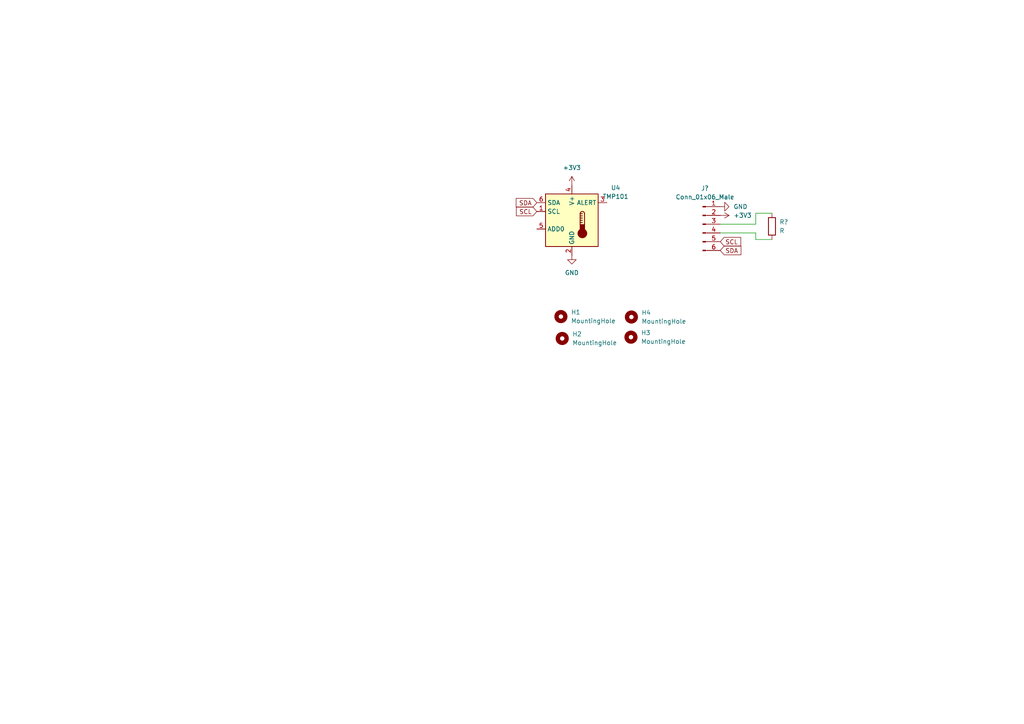
<source format=kicad_sch>
(kicad_sch (version 20211123) (generator eeschema)
  (paper "A4")
  (lib_symbols
    (symbol "Connector:Conn_01x06_Male" (pin_names (offset 1.016) hide)
      (property "Reference" "J" (at 0 7.62 0))
      (property "Value" "Conn_01x06_Male" (at 0 -10.16 0))
      (symbol "Conn_01x06_Male_1_1"
        (polyline (pts (xy 1.27 -7.62) (xy 0.8636 -7.62)) (stroke (width 0.1524)))
        (polyline (pts (xy 1.27 -5.08) (xy 0.8636 -5.08)) (stroke (width 0.1524)))
        (polyline (pts (xy 1.27 -2.54) (xy 0.8636 -2.54)) (stroke (width 0.1524)))
        (polyline (pts (xy 1.27 0) (xy 0.8636 0)) (stroke (width 0.1524)))
        (polyline (pts (xy 1.27 2.54) (xy 0.8636 2.54)) (stroke (width 0.1524)))
        (polyline (pts (xy 1.27 5.08) (xy 0.8636 5.08)) (stroke (width 0.1524)))
        (rectangle (start 0.8636 -7.493) (end 0 -7.747) (stroke (width 0.1524)) (fill (type outline)))
        (rectangle (start 0.8636 -4.953) (end 0 -5.207) (stroke (width 0.1524)) (fill (type outline)))
        (rectangle (start 0.8636 -2.413) (end 0 -2.667) (stroke (width 0.1524)) (fill (type outline)))
        (rectangle (start 0.8636 0.127) (end 0 -0.127) (stroke (width 0.1524)) (fill (type outline)))
        (rectangle (start 0.8636 2.667) (end 0 2.413) (stroke (width 0.1524)) (fill (type outline)))
        (rectangle (start 0.8636 5.207) (end 0 4.953) (stroke (width 0.1524)) (fill (type outline)))
        (pin passive line (at 5.08 5.08 180) (length 3.81) (name "Pin_1") (number "1"))
        (pin passive line (at 5.08 2.54 180) (length 3.81) (name "Pin_2") (number "2"))
        (pin passive line (at 5.08 0 180) (length 3.81) (name "Pin_3") (number "3"))
        (pin passive line (at 5.08 -2.54 180) (length 3.81) (name "Pin_4") (number "4"))
        (pin passive line (at 5.08 -5.08 180) (length 3.81) (name "Pin_5") (number "5"))
        (pin passive line (at 5.08 -7.62 180) (length 3.81) (name "Pin_6") (number "6"))
      )
    )
    (symbol "Device:R" (pin_numbers hide) (pin_names (offset 0))
      (property "Reference" "R" (at 2.032 0 90))
      (property "Value" "R" (at 0 0 90))
      (symbol "R_0_1"
        (rectangle (start -1.016 -2.54) (end 1.016 2.54) (stroke (width 0.254)))
      )
      (symbol "R_1_1"
        (pin passive line (at 0 3.81 270) (length 1.27) (name "~") (number "1"))
        (pin passive line (at 0 -3.81 90) (length 1.27) (name "~") (number "2"))
      )
    )
    (symbol "Mechanical:MountingHole" (pin_names (offset 1.016))
      (property "Reference" "H" (at 0 5.08 0))
      (property "Value" "MountingHole" (at 0 3.175 0))
      (symbol "MountingHole_0_1"
        (circle (center 0 0) (radius 1.27) (stroke (width 1.27)))
      )
    )
    (symbol "Sensor_Temperature:TMP101"
      (property "Reference" "U" (at 10.16 -2.54 0))
      (property "Value" "TMP101" (at 12.7 -5.08 0))
      (symbol "TMP101_0_1"
        (rectangle (start -7.62 7.62) (end 7.62 -7.62) (stroke (width 0.254)) (fill (type background)))
      )
      (symbol "TMP101_1_1"
        (polyline (pts (xy 2.413 -0.635) (xy 3.048 -0.635)) (stroke (width 0.254)))
        (polyline (pts (xy 2.413 0) (xy 3.048 0)) (stroke (width 0.254)))
        (polyline (pts (xy 2.413 0.635) (xy 3.048 0.635)) (stroke (width 0.254)))
        (polyline (pts (xy 2.413 1.27) (xy 3.048 1.27)) (stroke (width 0.254)))
        (polyline (pts (xy 2.413 1.905) (xy 2.413 -1.27)) (stroke (width 0.254)))
        (polyline (pts (xy 2.413 1.905) (xy 3.048 1.905)) (stroke (width 0.254)))
        (polyline (pts (xy 3.683 1.905) (xy 3.683 -1.27)) (stroke (width 0.254)))
        (circle (center 3.048 -3.81) (radius 1.27) (stroke (width 0.254)) (fill (type outline)))
        (rectangle (start 3.683 -3.175) (end 2.413 -1.27) (stroke (width 0.254)) (fill (type outline)))
        (arc (start 3.683 1.905) (mid 3.048 2.54) (end 2.413 1.905) (stroke (width 0.254)))
        (pin input line (at -10.16 2.54 0) (length 2.54) (name "SCL") (number "1"))
        (pin power_in line (at 0 -10.16 90) (length 2.54) (name "GND") (number "2"))
        (pin open_collector line (at 10.16 5.08 180) (length 2.54) (name "ALERT") (number "3"))
        (pin power_in line (at 0 10.16 270) (length 2.54) (name "V+") (number "4"))
        (pin input line (at -10.16 -2.54 0) (length 2.54) (name "ADD0") (number "5"))
        (pin bidirectional line (at -10.16 5.08 0) (length 2.54) (name "SDA") (number "6"))
      )
    )
    (symbol "power:+3V3" (power) (pin_names (offset 0))
      (property "Value" "+3V3" (at 0 3.556 0))
      (symbol "+3V3_0_1"
        (polyline (pts (xy -0.762 1.27) (xy 0 2.54)))
        (polyline (pts (xy 0 0) (xy 0 2.54)))
        (polyline (pts (xy 0 2.54) (xy 0.762 1.27)))
      )
      (symbol "+3V3_1_1"
        (pin power_in line (at 0 0 90) (length 0) hide (name "+3V3") (number "1"))
      )
    )
    (symbol "power:GND" (power) (pin_names (offset 0))
      (property "Value" "GND" (at 0 -3.81 0))
      (symbol "GND_0_1"
        (polyline (pts (xy 0 0) (xy 0 -1.27) (xy 1.27 -1.27) (xy 0 -2.54) (xy -1.27 -1.27) (xy 0 -1.27)))
      )
      (symbol "GND_1_1"
        (pin power_in line (at 0 0 270) (length 0) hide (name "GND") (number "1"))
      )
    )
  )
  (wire (pts (xy 208.915 65.024) (xy 219.202 65.024)))
  (wire (pts (xy 219.202 65.024) (xy 219.202 61.849)))
  (wire (pts (xy 208.915 67.564) (xy 219.202 67.564)))
  (wire (pts (xy 219.202 61.849) (xy 223.901 61.849)))
  (wire (pts (xy 219.202 69.469) (xy 223.901 69.469)))
  (wire (pts (xy 219.202 67.564) (xy 219.202 69.469)))
  (global_label "SDA" (shape input) (at 208.915 72.644 0) (property "Intersheet References" "${INTERSHEET_REFS}" (effects hide)))
  (global_label "SCL" (shape input) (at 208.915 70.104 0) (property "Intersheet References" "${INTERSHEET_REFS}" (effects hide)))
  (global_label "SCL" (shape input) (at 155.702 61.341 180) (property "Intersheet References" "${INTERSHEET_REFS}" (effects hide)))
  (global_label "SDA" (shape input) (at 155.702 58.801 180) (property "Intersheet References" "${INTERSHEET_REFS}" (effects hide)))
  (symbol (lib_id "power:+3V3") (at 165.862 53.721 0) (unit 1)
    (property "Reference" "#PWR0120" (effects hide))
    (property "Value" "+3V3" (at 165.862 48.641 0))
  )
  (symbol (lib_id "power:GND") (at 208.915 59.944 90) (unit 1)
    (property "Reference" "#PWR0128" (effects hide))
    (property "Value" "GND" (at 212.725 59.9439 90) (effects (justify right)))
  )
  (symbol (lib_id "Mechanical:MountingHole") (at 183.134 91.948 0) (unit 1)
    (property "Reference" "H4" (at 186.055 90.6779 0) (effects (justify left)))
    (property "Value" "MountingHole" (at 186.055 93.2179 0) (effects (justify left)))
    (property "Footprint" "MountingHole:MountingHole_2.7mm_M2.5_ISO7380" (effects hide))
  )
  (symbol (lib_id "Sensor_Temperature:TMP101") (at 165.862 63.881 0) (unit 1)
    (property "Reference" "U4" (at 178.562 54.4703 0))
    (property "Value" "TMP101" (at 178.562 57.0103 0))
    (property "Footprint" "Package_TO_SOT_SMD:SOT-23-6" (effects hide))
    (property "Datasheet" "http://www.ti.com/lit/gpn/tmp101" (effects hide))
  )
  (symbol (lib_id "Mechanical:MountingHole") (at 163.068 98.171 0) (unit 1)
    (property "Reference" "H2" (at 165.989 96.9009 0) (effects (justify left)))
    (property "Value" "MountingHole" (at 165.989 99.4409 0) (effects (justify left)))
    (property "Footprint" "MountingHole:MountingHole_2.7mm_M2.5_ISO7380" (effects hide))
  )
  (symbol (lib_id "power:+3V3") (at 208.915 62.484 270) (unit 1)
    (property "Reference" "#PWR0127" (effects hide))
    (property "Value" "+3V3" (at 212.725 62.4839 90) (effects (justify left)))
  )
  (symbol (lib_id "Connector:Conn_01x06_Male") (at 203.835 65.024 0) (unit 1)
    (property "Reference" "J?" (at 204.47 54.61 0))
    (property "Value" "Conn_01x06_Male" (at 204.47 57.15 0))
  )
  (symbol (lib_id "Device:R") (at 223.901 65.659 0) (unit 1)
    (property "Reference" "R?" (at 226.06 64.3889 0) (effects (justify left)))
    (property "Value" "R" (at 226.06 66.9289 0) (effects (justify left)))
    (property "Footprint" "custom_footprints:mug_heater_resistor_3737mm" (effects hide))
  )
  (symbol (lib_id "Mechanical:MountingHole") (at 162.687 91.821 0) (unit 1)
    (property "Reference" "H1" (at 165.608 90.5509 0) (effects (justify left)))
    (property "Value" "MountingHole" (at 165.608 93.0909 0) (effects (justify left)))
    (property "Footprint" "MountingHole:MountingHole_2.7mm_M2.5_ISO7380" (effects hide))
  )
  (symbol (lib_id "power:GND") (at 165.862 74.041 0) (unit 1)
    (property "Reference" "#PWR0119" (effects hide))
    (property "Value" "GND" (at 165.862 79.121 0))
  )
  (symbol (lib_id "Mechanical:MountingHole") (at 183.007 97.79 0) (unit 1)
    (property "Reference" "H3" (at 185.928 96.5199 0) (effects (justify left)))
    (property "Value" "MountingHole" (at 185.928 99.0599 0) (effects (justify left)))
    (property "Footprint" "MountingHole:MountingHole_2.7mm_M2.5_ISO7380" (effects hide))
  )
)
</source>
